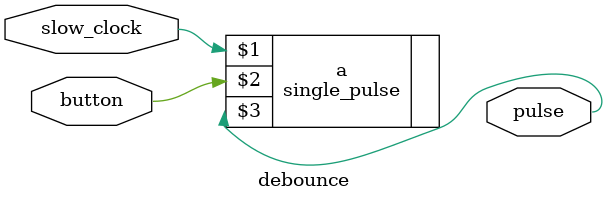
<source format=v>
`timescale 1ns / 1ps


module debounce(
    input slow_clock, button,
    output pulse);
    single_pulse a (slow_clock,button,pulse);
endmodule

</source>
